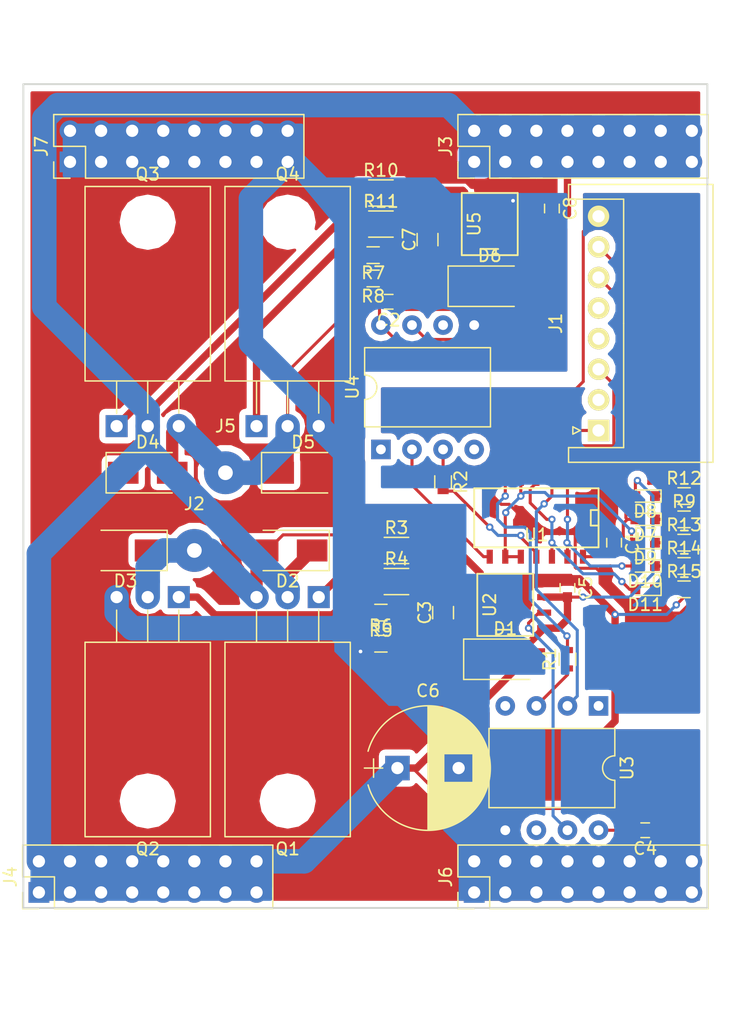
<source format=kicad_pcb>
(kicad_pcb (version 4) (host pcbnew 4.0.7)
  (layers (0 F.Cu signal) (31 B.Cu signal) (34 B.Paste user) (35 F.Paste user) (36 B.SilkS user) (37 F.SilkS user) (38 B.Mask user) (39 F.Mask user) (44 Edge.Cuts user))
  (net 0 "")
  (net 1 GND)
  (net 2 +5V)
  (net 3 GNDPWR)
  (net 4 +12V)
  (net 5 "Net-(C3-Pad1)")
  (net 6 "Net-(C3-Pad2)")
  (net 7 "Net-(C7-Pad1)")
  (net 8 "Net-(C7-Pad2)")
  (net 9 "Net-(D7-Pad1)")
  (net 10 "Net-(D8-Pad1)")
  (net 11 "Net-(D9-Pad1)")
  (net 12 OUTA)
  (net 13 "Net-(D10-Pad1)")
  (net 14 OUTB)
  (net 15 INA)
  (net 16 "Net-(J1-Pad2)")
  (net 17 PWM)
  (net 18 "Net-(J1-Pad4)")
  (net 19 "Net-(J1-Pad5)")
  (net 20 INB)
  (net 21 "Net-(Q1-Pad1)")
  (net 22 "Net-(Q2-Pad1)")
  (net 23 "Net-(Q3-Pad1)")
  (net 24 "Net-(Q4-Pad1)")
  (net 25 "Net-(R1-Pad1)")
  (net 26 "Net-(R1-Pad2)")
  (net 27 "Net-(R2-Pad1)")
  (net 28 "Net-(R2-Pad2)")
  (net 29 "Net-(R3-Pad2)")
  (net 30 "Net-(R4-Pad2)")
  (net 31 "Net-(R10-Pad2)")
  (net 32 "Net-(R11-Pad2)")
  (net 33 "Net-(U1-Pad8)")
  (net 34 "Net-(U1-Pad3)")
  (net 35 "Net-(D11-Pad1)")
  (module Capacitors_SMD:C_0603 (layer F.Cu) (at 142.24 120.015 270)
    (fp_text reference C1 (at 0 -1.5 270) (layer F.SilkS))
    (fp_text value passC)
    (pad 2 smd rect (at 0.75 0 270) (size 0.8 0.75) (layers F.Cu F.Paste F.Mask) (net 2 +5V))
    (pad 1 smd rect (at -0.75 0 270) (size 0.8 0.75) (layers F.Cu F.Paste F.Mask) (net 1 GND))
  )
  (module Capacitors_SMD:C_0603 (layer F.Cu) (at 123.825 100.33 180)
    (fp_text reference C2 (at 0 -1.5 180) (layer F.SilkS))
    (fp_text value passC)
    (pad 2 smd rect (at 0.75 0 180) (size 0.8 0.75) (layers F.Cu F.Paste F.Mask) (net 4 +12V))
    (pad 1 smd rect (at -0.75 0 180) (size 0.8 0.75) (layers F.Cu F.Paste F.Mask) (net 3 GNDPWR))
  )
  (module Capacitors_SMD:C_0805 (layer F.Cu) (at 128.27 125.73 90)
    (fp_text reference C3 (at 0 -1.5 90) (layer F.SilkS))
    (fp_text value bootC)
    (pad 1 smd rect (at -1 0 90) (size 1 1.25) (layers F.Cu F.Paste F.Mask) (net 5 "Net-(C3-Pad1)"))
    (pad 2 smd rect (at 1 0 90) (size 1 1.25) (layers F.Cu F.Paste F.Mask) (net 6 "Net-(C3-Pad2)"))
  )
  (module Capacitors_SMD:C_0603 (layer F.Cu) (at 144.78 143.51 180)
    (fp_text reference C4 (at 0 -1.5 180) (layer F.SilkS))
    (fp_text value passC)
    (pad 2 smd rect (at 0.75 0 180) (size 0.8 0.75) (layers F.Cu F.Paste F.Mask) (net 4 +12V))
    (pad 1 smd rect (at -0.75 0 180) (size 0.8 0.75) (layers F.Cu F.Paste F.Mask) (net 3 GNDPWR))
  )
  (module Capacitors_SMD:C_0603 (layer F.Cu) (at 138.43 123.71 270)
    (fp_text reference C5 (at 0 -1.5 270) (layer F.SilkS))
    (fp_text value passC)
    (pad 2 smd rect (at 0.75 0 270) (size 0.8 0.75) (layers F.Cu F.Paste F.Mask) (net 4 +12V))
    (pad 1 smd rect (at -0.75 0 270) (size 0.8 0.75) (layers F.Cu F.Paste F.Mask) (net 3 GNDPWR))
  )
  (module Capacitors_THT:CP_Radial_D10.0mm_P5.00mm (layer F.Cu) (at 124.54 138.43)
    (fp_text reference C6 (at 2.5 -6.31) (layer F.SilkS))
    (fp_text value PowerCP)
    (pad 1 thru_hole rect (at 0 0) (size 2 2) (drill 1) (layers *.Cu *.Mask) (net 4 +12V))
    (pad 2 thru_hole circle (at 5 0) (size 2 2) (drill 1) (layers *.Cu *.Mask) (net 3 GNDPWR))
  )
  (module Capacitors_SMD:C_0805 (layer F.Cu) (at 127 95.25 90)
    (fp_text reference C7 (at 0 -1.5 90) (layer F.SilkS))
    (fp_text value bootC)
    (pad 1 smd rect (at -1 0 90) (size 1 1.25) (layers F.Cu F.Paste F.Mask) (net 7 "Net-(C7-Pad1)"))
    (pad 2 smd rect (at 1 0 90) (size 1 1.25) (layers F.Cu F.Paste F.Mask) (net 8 "Net-(C7-Pad2)"))
  )
  (module Capacitors_SMD:C_0603 (layer F.Cu) (at 137.16 92.71 270)
    (fp_text reference C8 (at 0 -1.5 270) (layer F.SilkS))
    (fp_text value passC)
    (pad 2 smd rect (at 0.75 0 270) (size 0.8 0.75) (layers F.Cu F.Paste F.Mask) (net 4 +12V))
    (pad 1 smd rect (at -0.75 0 270) (size 0.8 0.75) (layers F.Cu F.Paste F.Mask) (net 3 GNDPWR))
  )
  (module Diodes_SMD:D_SMA (layer F.Cu) (at 133.35 129.54)
    (fp_text reference D1 (at 0 -2.5) (layer F.SilkS))
    (fp_text value bootD)
    (pad 1 smd rect (at -2 0) (size 2.5 1.8) (layers F.Cu F.Paste F.Mask) (net 5 "Net-(C3-Pad1)"))
    (pad 2 smd rect (at 2 0) (size 2.5 1.8) (layers F.Cu F.Paste F.Mask) (net 4 +12V))
  )
  (module Diodes_SMD:D_SMA (layer F.Cu) (at 115.57 120.65 180)
    (fp_text reference D2 (at 0 -2.5 180) (layer F.SilkS))
    (fp_text value RevD)
    (pad 1 smd rect (at -2 0 180) (size 2.5 1.8) (layers F.Cu F.Paste F.Mask) (net 4 +12V))
    (pad 2 smd rect (at 2 0 180) (size 2.5 1.8) (layers F.Cu F.Paste F.Mask) (net 6 "Net-(C3-Pad2)"))
  )
  (module Diodes_SMD:D_SMA (layer F.Cu) (at 102.33 120.65 180)
    (fp_text reference D3 (at 0 -2.5 180) (layer F.SilkS))
    (fp_text value RevD)
    (pad 1 smd rect (at -2 0 180) (size 2.5 1.8) (layers F.Cu F.Paste F.Mask) (net 6 "Net-(C3-Pad2)"))
    (pad 2 smd rect (at 2 0 180) (size 2.5 1.8) (layers F.Cu F.Paste F.Mask) (net 3 GNDPWR))
  )
  (module Diodes_SMD:D_SMA (layer F.Cu) (at 104.14 114.3)
    (fp_text reference D4 (at 0 -2.5) (layer F.SilkS))
    (fp_text value RevD)
    (pad 1 smd rect (at -2 0) (size 2.5 1.8) (layers F.Cu F.Paste F.Mask) (net 4 +12V))
    (pad 2 smd rect (at 2 0) (size 2.5 1.8) (layers F.Cu F.Paste F.Mask) (net 8 "Net-(C7-Pad2)"))
  )
  (module Diodes_SMD:D_SMA (layer F.Cu) (at 116.84 114.3)
    (fp_text reference D5 (at 0 -2.5) (layer F.SilkS))
    (fp_text value RevD)
    (pad 1 smd rect (at -2 0) (size 2.5 1.8) (layers F.Cu F.Paste F.Mask) (net 8 "Net-(C7-Pad2)"))
    (pad 2 smd rect (at 2 0) (size 2.5 1.8) (layers F.Cu F.Paste F.Mask) (net 3 GNDPWR))
  )
  (module Diodes_SMD:D_SMA (layer F.Cu) (at 132.08 99.06)
    (fp_text reference D6 (at 0 -2.5) (layer F.SilkS))
    (fp_text value bootD)
    (pad 1 smd rect (at -2 0) (size 2.5 1.8) (layers F.Cu F.Paste F.Mask) (net 7 "Net-(C7-Pad1)"))
    (pad 2 smd rect (at 2 0) (size 2.5 1.8) (layers F.Cu F.Paste F.Mask) (net 4 +12V))
  )
  (module LEDs:LED_0603 (layer F.Cu) (at 144.78 118.11 180)
    (fp_text reference D7 (at 0 -1.25 180) (layer F.SilkS))
    (fp_text value LED)
    (pad 2 smd rect (at 0.8 0) (size 0.8 0.8) (layers F.Cu F.Paste F.Mask) (net 2 +5V))
    (pad 1 smd rect (at -0.8 0) (size 0.8 0.8) (layers F.Cu F.Paste F.Mask) (net 9 "Net-(D7-Pad1)"))
  )
  (module LEDs:LED_0603 (layer F.Cu) (at 144.78 116.205 180)
    (fp_text reference D8 (at 0 -1.25 180) (layer F.SilkS))
    (fp_text value LED)
    (pad 2 smd rect (at 0.8 0) (size 0.8 0.8) (layers F.Cu F.Paste F.Mask) (net 4 +12V))
    (pad 1 smd rect (at -0.8 0) (size 0.8 0.8) (layers F.Cu F.Paste F.Mask) (net 10 "Net-(D8-Pad1)"))
  )
  (module LEDs:LED_0603 (layer F.Cu) (at 144.78 120.015 180)
    (fp_text reference D9 (at 0 -1.25 180) (layer F.SilkS))
    (fp_text value LED)
    (pad 2 smd rect (at 0.8 0) (size 0.8 0.8) (layers F.Cu F.Paste F.Mask) (net 15 INA))
    (pad 1 smd rect (at -0.8 0) (size 0.8 0.8) (layers F.Cu F.Paste F.Mask) (net 11 "Net-(D9-Pad1)"))
  )
  (module LEDs:LED_0603 (layer F.Cu) (at 144.78 121.92 180)
    (fp_text reference D10 (at 0 -1.25 180) (layer F.SilkS))
    (fp_text value LED)
    (pad 2 smd rect (at 0.8 0) (size 0.8 0.8) (layers F.Cu F.Paste F.Mask) (net 20 INB))
    (pad 1 smd rect (at -0.8 0) (size 0.8 0.8) (layers F.Cu F.Paste F.Mask) (net 13 "Net-(D10-Pad1)"))
  )
  (module LEDs:LED_0603 (layer F.Cu) (at 144.78 123.825 180)
    (fp_text reference D11 (at 0 -1.25 180) (layer F.SilkS))
    (fp_text value LED)
    (pad 2 smd rect (at 0.8 0) (size 0.8 0.8) (layers F.Cu F.Paste F.Mask) (net 17 PWM))
    (pad 1 smd rect (at -0.8 0) (size 0.8 0.8) (layers F.Cu F.Paste F.Mask) (net 35 "Net-(D11-Pad1)"))
  )
  (module Connectors_JST:JST_XH_S08B-XH-A_08x2.50mm_Angled (layer F.Cu) (at 140.97 110.845 90)
    (fp_text reference J1 (at 8.75 -3.5 90) (layer F.SilkS))
    (fp_text value Conn_01x08_Female)
    (pad 1 thru_hole rect (at 0 0 90) (size 1.75 1.75) (drill 1) (layers *.Cu *.Mask F.SilkS) (net 15 INA))
    (pad 2 thru_hole circle (at 2.5 0 90) (size 1.75 1.75) (drill 1) (layers *.Cu *.Mask F.SilkS) (net 16 "Net-(J1-Pad2)"))
    (pad 3 thru_hole circle (at 5 0 90) (size 1.75 1.75) (drill 1) (layers *.Cu *.Mask F.SilkS) (net 17 PWM))
    (pad 4 thru_hole circle (at 7.5 0 90) (size 1.75 1.75) (drill 1) (layers *.Cu *.Mask F.SilkS) (net 18 "Net-(J1-Pad4)"))
    (pad 5 thru_hole circle (at 10 0 90) (size 1.75 1.75) (drill 1) (layers *.Cu *.Mask F.SilkS) (net 19 "Net-(J1-Pad5)"))
    (pad 6 thru_hole circle (at 12.5 0 90) (size 1.75 1.75) (drill 1) (layers *.Cu *.Mask F.SilkS) (net 20 INB))
    (pad 7 thru_hole circle (at 15 0 90) (size 1.75 1.75) (drill 1) (layers *.Cu *.Mask F.SilkS) (net 2 +5V))
    (pad 8 thru_hole circle (at 17.5 0 90) (size 1.75 1.75) (drill 1) (layers *.Cu *.Mask F.SilkS) (net 1 GND))
  )
  (module Wire_Pads:SolderWirePad_single_1-2mmDrill (layer F.Cu) (at 107.95 120.65)
    (fp_text reference J2 (at 0 -3.81) (layer F.SilkS))
    (fp_text value Conn_01x01)
    (pad 1 thru_hole circle (at 0 0) (size 3.50012 3.50012) (drill 1.19888) (layers *.Cu *.Mask) (net 6 "Net-(C3-Pad2)"))
  )
  (module Pin_Headers:Pin_Header_Straight_2x08_Pitch2.54mm (layer F.Cu) (at 130.81 88.9 90)
    (fp_text reference J3 (at 1.27 -2.33 90) (layer F.SilkS))
    (fp_text value Conn_02x08_Counter_Clockwise)
    (pad 1 thru_hole rect (at 0 0 90) (size 1.7 1.7) (drill 1) (layers *.Cu *.Mask) (net 4 +12V))
    (pad 2 thru_hole oval (at 2.54 0 90) (size 1.7 1.7) (drill 1) (layers *.Cu *.Mask) (net 4 +12V))
    (pad 3 thru_hole oval (at 0 2.54 90) (size 1.7 1.7) (drill 1) (layers *.Cu *.Mask) (net 4 +12V))
    (pad 4 thru_hole oval (at 2.54 2.54 90) (size 1.7 1.7) (drill 1) (layers *.Cu *.Mask) (net 4 +12V))
    (pad 5 thru_hole oval (at 0 5.08 90) (size 1.7 1.7) (drill 1) (layers *.Cu *.Mask) (net 4 +12V))
    (pad 6 thru_hole oval (at 2.54 5.08 90) (size 1.7 1.7) (drill 1) (layers *.Cu *.Mask) (net 4 +12V))
    (pad 7 thru_hole oval (at 0 7.62 90) (size 1.7 1.7) (drill 1) (layers *.Cu *.Mask) (net 4 +12V))
    (pad 8 thru_hole oval (at 2.54 7.62 90) (size 1.7 1.7) (drill 1) (layers *.Cu *.Mask) (net 4 +12V))
    (pad 9 thru_hole oval (at 0 10.16 90) (size 1.7 1.7) (drill 1) (layers *.Cu *.Mask) (net 4 +12V))
    (pad 10 thru_hole oval (at 2.54 10.16 90) (size 1.7 1.7) (drill 1) (layers *.Cu *.Mask) (net 4 +12V))
    (pad 11 thru_hole oval (at 0 12.7 90) (size 1.7 1.7) (drill 1) (layers *.Cu *.Mask) (net 4 +12V))
    (pad 12 thru_hole oval (at 2.54 12.7 90) (size 1.7 1.7) (drill 1) (layers *.Cu *.Mask) (net 4 +12V))
    (pad 13 thru_hole oval (at 0 15.24 90) (size 1.7 1.7) (drill 1) (layers *.Cu *.Mask) (net 4 +12V))
    (pad 14 thru_hole oval (at 2.54 15.24 90) (size 1.7 1.7) (drill 1) (layers *.Cu *.Mask) (net 4 +12V))
    (pad 15 thru_hole oval (at 0 17.78 90) (size 1.7 1.7) (drill 1) (layers *.Cu *.Mask) (net 4 +12V))
    (pad 16 thru_hole oval (at 2.54 17.78 90) (size 1.7 1.7) (drill 1) (layers *.Cu *.Mask) (net 4 +12V))
  )
  (module Pin_Headers:Pin_Header_Straight_2x08_Pitch2.54mm (layer F.Cu) (at 95.25 148.59 90)
    (fp_text reference J4 (at 1.27 -2.33 90) (layer F.SilkS))
    (fp_text value Conn_02x08_Counter_Clockwise)
    (pad 1 thru_hole rect (at 0 0 90) (size 1.7 1.7) (drill 1) (layers *.Cu *.Mask) (net 4 +12V))
    (pad 2 thru_hole oval (at 2.54 0 90) (size 1.7 1.7) (drill 1) (layers *.Cu *.Mask) (net 4 +12V))
    (pad 3 thru_hole oval (at 0 2.54 90) (size 1.7 1.7) (drill 1) (layers *.Cu *.Mask) (net 4 +12V))
    (pad 4 thru_hole oval (at 2.54 2.54 90) (size 1.7 1.7) (drill 1) (layers *.Cu *.Mask) (net 4 +12V))
    (pad 5 thru_hole oval (at 0 5.08 90) (size 1.7 1.7) (drill 1) (layers *.Cu *.Mask) (net 4 +12V))
    (pad 6 thru_hole oval (at 2.54 5.08 90) (size 1.7 1.7) (drill 1) (layers *.Cu *.Mask) (net 4 +12V))
    (pad 7 thru_hole oval (at 0 7.62 90) (size 1.7 1.7) (drill 1) (layers *.Cu *.Mask) (net 4 +12V))
    (pad 8 thru_hole oval (at 2.54 7.62 90) (size 1.7 1.7) (drill 1) (layers *.Cu *.Mask) (net 4 +12V))
    (pad 9 thru_hole oval (at 0 10.16 90) (size 1.7 1.7) (drill 1) (layers *.Cu *.Mask) (net 4 +12V))
    (pad 10 thru_hole oval (at 2.54 10.16 90) (size 1.7 1.7) (drill 1) (layers *.Cu *.Mask) (net 4 +12V))
    (pad 11 thru_hole oval (at 0 12.7 90) (size 1.7 1.7) (drill 1) (layers *.Cu *.Mask) (net 4 +12V))
    (pad 12 thru_hole oval (at 2.54 12.7 90) (size 1.7 1.7) (drill 1) (layers *.Cu *.Mask) (net 4 +12V))
    (pad 13 thru_hole oval (at 0 15.24 90) (size 1.7 1.7) (drill 1) (layers *.Cu *.Mask) (net 4 +12V))
    (pad 14 thru_hole oval (at 2.54 15.24 90) (size 1.7 1.7) (drill 1) (layers *.Cu *.Mask) (net 4 +12V))
    (pad 15 thru_hole oval (at 0 17.78 90) (size 1.7 1.7) (drill 1) (layers *.Cu *.Mask) (net 4 +12V))
    (pad 16 thru_hole oval (at 2.54 17.78 90) (size 1.7 1.7) (drill 1) (layers *.Cu *.Mask) (net 4 +12V))
  )
  (module Wire_Pads:SolderWirePad_single_1-2mmDrill (layer F.Cu) (at 110.49 114.3)
    (fp_text reference J5 (at 0 -3.81) (layer F.SilkS))
    (fp_text value Conn_01x01)
    (pad 1 thru_hole circle (at 0 0) (size 3.50012 3.50012) (drill 1.19888) (layers *.Cu *.Mask) (net 8 "Net-(C7-Pad2)"))
  )
  (module Pin_Headers:Pin_Header_Straight_2x08_Pitch2.54mm (layer F.Cu) (at 130.81 148.59 90)
    (fp_text reference J6 (at 1.27 -2.33 90) (layer F.SilkS))
    (fp_text value Conn_02x08_Counter_Clockwise)
    (pad 1 thru_hole rect (at 0 0 90) (size 1.7 1.7) (drill 1) (layers *.Cu *.Mask) (net 3 GNDPWR))
    (pad 2 thru_hole oval (at 2.54 0 90) (size 1.7 1.7) (drill 1) (layers *.Cu *.Mask) (net 3 GNDPWR))
    (pad 3 thru_hole oval (at 0 2.54 90) (size 1.7 1.7) (drill 1) (layers *.Cu *.Mask) (net 3 GNDPWR))
    (pad 4 thru_hole oval (at 2.54 2.54 90) (size 1.7 1.7) (drill 1) (layers *.Cu *.Mask) (net 3 GNDPWR))
    (pad 5 thru_hole oval (at 0 5.08 90) (size 1.7 1.7) (drill 1) (layers *.Cu *.Mask) (net 3 GNDPWR))
    (pad 6 thru_hole oval (at 2.54 5.08 90) (size 1.7 1.7) (drill 1) (layers *.Cu *.Mask) (net 3 GNDPWR))
    (pad 7 thru_hole oval (at 0 7.62 90) (size 1.7 1.7) (drill 1) (layers *.Cu *.Mask) (net 3 GNDPWR))
    (pad 8 thru_hole oval (at 2.54 7.62 90) (size 1.7 1.7) (drill 1) (layers *.Cu *.Mask) (net 3 GNDPWR))
    (pad 9 thru_hole oval (at 0 10.16 90) (size 1.7 1.7) (drill 1) (layers *.Cu *.Mask) (net 3 GNDPWR))
    (pad 10 thru_hole oval (at 2.54 10.16 90) (size 1.7 1.7) (drill 1) (layers *.Cu *.Mask) (net 3 GNDPWR))
    (pad 11 thru_hole oval (at 0 12.7 90) (size 1.7 1.7) (drill 1) (layers *.Cu *.Mask) (net 3 GNDPWR))
    (pad 12 thru_hole oval (at 2.54 12.7 90) (size 1.7 1.7) (drill 1) (layers *.Cu *.Mask) (net 3 GNDPWR))
    (pad 13 thru_hole oval (at 0 15.24 90) (size 1.7 1.7) (drill 1) (layers *.Cu *.Mask) (net 3 GNDPWR))
    (pad 14 thru_hole oval (at 2.54 15.24 90) (size 1.7 1.7) (drill 1) (layers *.Cu *.Mask) (net 3 GNDPWR))
    (pad 15 thru_hole oval (at 0 17.78 90) (size 1.7 1.7) (drill 1) (layers *.Cu *.Mask) (net 3 GNDPWR))
    (pad 16 thru_hole oval (at 2.54 17.78 90) (size 1.7 1.7) (drill 1) (layers *.Cu *.Mask) (net 3 GNDPWR))
  )
  (module Pin_Headers:Pin_Header_Straight_2x08_Pitch2.54mm (layer F.Cu) (at 97.79 88.9 90)
    (fp_text reference J7 (at 1.27 -2.33 90) (layer F.SilkS))
    (fp_text value Conn_02x08_Counter_Clockwise)
    (pad 1 thru_hole rect (at 0 0 90) (size 1.7 1.7) (drill 1) (layers *.Cu *.Mask) (net 3 GNDPWR))
    (pad 2 thru_hole oval (at 2.54 0 90) (size 1.7 1.7) (drill 1) (layers *.Cu *.Mask) (net 3 GNDPWR))
    (pad 3 thru_hole oval (at 0 2.54 90) (size 1.7 1.7) (drill 1) (layers *.Cu *.Mask) (net 3 GNDPWR))
    (pad 4 thru_hole oval (at 2.54 2.54 90) (size 1.7 1.7) (drill 1) (layers *.Cu *.Mask) (net 3 GNDPWR))
    (pad 5 thru_hole oval (at 0 5.08 90) (size 1.7 1.7) (drill 1) (layers *.Cu *.Mask) (net 3 GNDPWR))
    (pad 6 thru_hole oval (at 2.54 5.08 90) (size 1.7 1.7) (drill 1) (layers *.Cu *.Mask) (net 3 GNDPWR))
    (pad 7 thru_hole oval (at 0 7.62 90) (size 1.7 1.7) (drill 1) (layers *.Cu *.Mask) (net 3 GNDPWR))
    (pad 8 thru_hole oval (at 2.54 7.62 90) (size 1.7 1.7) (drill 1) (layers *.Cu *.Mask) (net 3 GNDPWR))
    (pad 9 thru_hole oval (at 0 10.16 90) (size 1.7 1.7) (drill 1) (layers *.Cu *.Mask) (net 3 GNDPWR))
    (pad 10 thru_hole oval (at 2.54 10.16 90) (size 1.7 1.7) (drill 1) (layers *.Cu *.Mask) (net 3 GNDPWR))
    (pad 11 thru_hole oval (at 0 12.7 90) (size 1.7 1.7) (drill 1) (layers *.Cu *.Mask) (net 3 GNDPWR))
    (pad 12 thru_hole oval (at 2.54 12.7 90) (size 1.7 1.7) (drill 1) (layers *.Cu *.Mask) (net 3 GNDPWR))
    (pad 13 thru_hole oval (at 0 15.24 90) (size 1.7 1.7) (drill 1) (layers *.Cu *.Mask) (net 3 GNDPWR))
    (pad 14 thru_hole oval (at 2.54 15.24 90) (size 1.7 1.7) (drill 1) (layers *.Cu *.Mask) (net 3 GNDPWR))
    (pad 15 thru_hole oval (at 0 17.78 90) (size 1.7 1.7) (drill 1) (layers *.Cu *.Mask) (net 3 GNDPWR))
    (pad 16 thru_hole oval (at 2.54 17.78 90) (size 1.7 1.7) (drill 1) (layers *.Cu *.Mask) (net 3 GNDPWR))
  )
  (module Resistors_SMD:R_1206 (layer F.Cu) (at 124.46 120.65)
    (fp_text reference R3 (at 0 -1.85) (layer F.SilkS))
    (fp_text value GateR)
    (pad 1 smd rect (at -1.45 0) (size 0.9 1.7) (layers F.Cu F.Paste F.Mask) (net 21 "Net-(Q1-Pad1)"))
    (pad 2 smd rect (at 1.45 0) (size 0.9 1.7) (layers F.Cu F.Paste F.Mask) (net 29 "Net-(R3-Pad2)"))
  )
  (module Resistors_SMD:R_1206 (layer F.Cu) (at 124.46 123.19)
    (fp_text reference R4 (at 0 -1.85) (layer F.SilkS))
    (fp_text value GateR)
    (pad 1 smd rect (at -1.45 0) (size 0.9 1.7) (layers F.Cu F.Paste F.Mask) (net 22 "Net-(Q2-Pad1)"))
    (pad 2 smd rect (at 1.45 0) (size 0.9 1.7) (layers F.Cu F.Paste F.Mask) (net 30 "Net-(R4-Pad2)"))
  )
  (module Resistors_SMD:R_0603 (layer F.Cu) (at 123.19 125.73 180)
    (fp_text reference R5 (at 0 -1.45 180) (layer F.SilkS))
    (fp_text value PullR)
    (pad 1 smd rect (at -0.75 0 180) (size 0.5 0.9) (layers F.Cu F.Paste F.Mask) (net 6 "Net-(C3-Pad2)"))
    (pad 2 smd rect (at 0.75 0 180) (size 0.5 0.9) (layers F.Cu F.Paste F.Mask) (net 21 "Net-(Q1-Pad1)"))
  )
  (module Resistors_SMD:R_0603 (layer F.Cu) (at 123.19 128.27)
    (fp_text reference R6 (at 0 -1.45) (layer F.SilkS))
    (fp_text value PullR)
    (pad 1 smd rect (at -0.75 0) (size 0.5 0.9) (layers F.Cu F.Paste F.Mask) (net 3 GNDPWR))
    (pad 2 smd rect (at 0.75 0) (size 0.5 0.9) (layers F.Cu F.Paste F.Mask) (net 22 "Net-(Q2-Pad1)"))
  )
  (module Resistors_SMD:R_0603 (layer F.Cu) (at 122.555 96.52 180)
    (fp_text reference R7 (at 0 -1.45 180) (layer F.SilkS))
    (fp_text value PullR)
    (pad 1 smd rect (at -0.75 0 180) (size 0.5 0.9) (layers F.Cu F.Paste F.Mask) (net 8 "Net-(C7-Pad2)"))
    (pad 2 smd rect (at 0.75 0 180) (size 0.5 0.9) (layers F.Cu F.Paste F.Mask) (net 23 "Net-(Q3-Pad1)"))
  )
  (module Resistors_SMD:R_0603 (layer F.Cu) (at 122.555 98.425 180)
    (fp_text reference R8 (at 0 -1.45 180) (layer F.SilkS))
    (fp_text value PullR)
    (pad 1 smd rect (at -0.75 0 180) (size 0.5 0.9) (layers F.Cu F.Paste F.Mask) (net 3 GNDPWR))
    (pad 2 smd rect (at 0.75 0 180) (size 0.5 0.9) (layers F.Cu F.Paste F.Mask) (net 24 "Net-(Q4-Pad1)"))
  )
  (module Resistors_SMD:R_1206 (layer F.Cu) (at 123.19 91.44)
    (fp_text reference R10 (at 0 -1.85) (layer F.SilkS))
    (fp_text value GateR)
    (pad 1 smd rect (at -1.45 0) (size 0.9 1.7) (layers F.Cu F.Paste F.Mask) (net 23 "Net-(Q3-Pad1)"))
    (pad 2 smd rect (at 1.45 0) (size 0.9 1.7) (layers F.Cu F.Paste F.Mask) (net 31 "Net-(R10-Pad2)"))
  )
  (module Resistors_SMD:R_1206 (layer F.Cu) (at 123.19 93.98)
    (fp_text reference R11 (at 0 -1.85) (layer F.SilkS))
    (fp_text value GateR)
    (pad 1 smd rect (at -1.45 0) (size 0.9 1.7) (layers F.Cu F.Paste F.Mask) (net 24 "Net-(Q4-Pad1)"))
    (pad 2 smd rect (at 1.45 0) (size 0.9 1.7) (layers F.Cu F.Paste F.Mask) (net 32 "Net-(R11-Pad2)"))
  )
  (module SMD_Packages:SOIC-14_N (layer F.Cu) (at 135.89 118.11 180)
    (fp_text reference U1 (at 0 -1.27 180) (layer F.SilkS))
    (fp_text value 7400)
    (pad 1 smd rect (at -3.81 3.302 180) (size 0.508 1.143) (layers F.Cu F.Paste F.Mask) (net 20 INB))
    (pad 2 smd rect (at -2.54 3.302 180) (size 0.508 1.143) (layers F.Cu F.Paste F.Mask) (net 20 INB))
    (pad 3 smd rect (at -1.27 3.302 180) (size 0.508 1.143) (layers F.Cu F.Paste F.Mask) (net 34 "Net-(U1-Pad3)"))
    (pad 4 smd rect (at 0 3.302 180) (size 0.508 1.143) (layers F.Cu F.Paste F.Mask) (net 17 PWM))
    (pad 5 smd rect (at 1.27 3.302 180) (size 0.508 1.143) (layers F.Cu F.Paste F.Mask) (net 15 INA))
    (pad 6 smd rect (at 2.54 3.302 180) (size 0.508 1.143) (layers F.Cu F.Paste F.Mask) (net 26 "Net-(R1-Pad2)"))
    (pad 7 smd rect (at 3.81 3.302 180) (size 0.508 1.143) (layers F.Cu F.Paste F.Mask) (net 1 GND))
    (pad 8 smd rect (at 3.81 -3.048 180) (size 0.508 1.143) (layers F.Cu F.Paste F.Mask) (net 33 "Net-(U1-Pad8)"))
    (pad 9 smd rect (at 2.54 -3.048 180) (size 0.508 1.143) (layers F.Cu F.Paste F.Mask) (net 15 INA))
    (pad 11 smd rect (at 0 -3.048 180) (size 0.508 1.143) (layers F.Cu F.Paste F.Mask) (net 28 "Net-(R2-Pad2)"))
    (pad 12 smd rect (at -1.27 -3.048 180) (size 0.508 1.143) (layers F.Cu F.Paste F.Mask) (net 17 PWM))
    (pad 13 smd rect (at -2.54 -3.048 180) (size 0.508 1.143) (layers F.Cu F.Paste F.Mask) (net 20 INB))
    (pad 14 smd rect (at -3.81 -3.048 180) (size 0.508 1.143) (layers F.Cu F.Paste F.Mask) (net 2 +5V))
    (pad 10 smd rect (at 1.27 -3.048 180) (size 0.508 1.143) (layers F.Cu F.Paste F.Mask) (net 15 INA))
  )
  (module SMD_Packages:SOIC-8-N (layer F.Cu) (at 133.35 125.095 90)
    (fp_text reference U2 (at 0 -1.27 90) (layer F.SilkS))
    (fp_text value IRS2302)
    (pad 8 smd rect (at -1.905 -3.175 90) (size 0.508 1.143) (layers F.Cu F.Paste F.Mask) (net 5 "Net-(C3-Pad1)"))
    (pad 7 smd rect (at -0.635 -3.175 90) (size 0.508 1.143) (layers F.Cu F.Paste F.Mask) (net 29 "Net-(R3-Pad2)"))
    (pad 6 smd rect (at 0.635 -3.175 90) (size 0.508 1.143) (layers F.Cu F.Paste F.Mask) (net 6 "Net-(C3-Pad2)"))
    (pad 5 smd rect (at 1.905 -3.175 90) (size 0.508 1.143) (layers F.Cu F.Paste F.Mask) (net 30 "Net-(R4-Pad2)"))
    (pad 4 smd rect (at 1.905 3.175 90) (size 0.508 1.143) (layers F.Cu F.Paste F.Mask) (net 3 GNDPWR))
    (pad 3 smd rect (at 0.635 3.175 90) (size 0.508 1.143) (layers F.Cu F.Paste F.Mask) (net 4 +12V))
    (pad 2 smd rect (at -0.635 3.175 90) (size 0.508 1.143) (layers F.Cu F.Paste F.Mask) (net 12 OUTA))
    (pad 1 smd rect (at -1.905 3.175 90) (size 0.508 1.143) (layers F.Cu F.Paste F.Mask) (net 4 +12V))
  )
  (module Housings_DIP:DIP-8_W10.16mm (layer F.Cu) (at 140.97 133.35 270)
    (fp_text reference U3 (at 5.08 -2.33 270) (layer F.SilkS))
    (fp_text value TLP2955)
    (pad 1 thru_hole rect (at 0 0 270) (size 1.6 1.6) (drill 0.8) (layers *.Cu *.Mask))
    (pad 5 thru_hole oval (at 10.16 7.62 270) (size 1.6 1.6) (drill 0.8) (layers *.Cu *.Mask) (net 3 GNDPWR))
    (pad 2 thru_hole oval (at 0 2.54 270) (size 1.6 1.6) (drill 0.8) (layers *.Cu *.Mask) (net 34 "Net-(U1-Pad3)"))
    (pad 6 thru_hole oval (at 10.16 5.08 270) (size 1.6 1.6) (drill 0.8) (layers *.Cu *.Mask))
    (pad 3 thru_hole oval (at 0 5.08 270) (size 1.6 1.6) (drill 0.8) (layers *.Cu *.Mask) (net 25 "Net-(R1-Pad1)"))
    (pad 7 thru_hole oval (at 10.16 2.54 270) (size 1.6 1.6) (drill 0.8) (layers *.Cu *.Mask) (net 12 OUTA))
    (pad 4 thru_hole oval (at 0 7.62 270) (size 1.6 1.6) (drill 0.8) (layers *.Cu *.Mask))
    (pad 8 thru_hole oval (at 10.16 0 270) (size 1.6 1.6) (drill 0.8) (layers *.Cu *.Mask) (net 4 +12V))
  )
  (module Housings_DIP:DIP-8_W10.16mm (layer F.Cu) (at 123.19 112.395 90)
    (fp_text reference U4 (at 5.08 -2.33 90) (layer F.SilkS))
    (fp_text value TLP2955)
    (pad 1 thru_hole rect (at 0 0 90) (size 1.6 1.6) (drill 0.8) (layers *.Cu *.Mask))
    (pad 5 thru_hole oval (at 10.16 7.62 90) (size 1.6 1.6) (drill 0.8) (layers *.Cu *.Mask) (net 3 GNDPWR))
    (pad 2 thru_hole oval (at 0 2.54 90) (size 1.6 1.6) (drill 0.8) (layers *.Cu *.Mask) (net 33 "Net-(U1-Pad8)"))
    (pad 6 thru_hole oval (at 10.16 5.08 90) (size 1.6 1.6) (drill 0.8) (layers *.Cu *.Mask))
    (pad 3 thru_hole oval (at 0 5.08 90) (size 1.6 1.6) (drill 0.8) (layers *.Cu *.Mask) (net 27 "Net-(R2-Pad1)"))
    (pad 7 thru_hole oval (at 10.16 2.54 90) (size 1.6 1.6) (drill 0.8) (layers *.Cu *.Mask) (net 14 OUTB))
    (pad 4 thru_hole oval (at 0 7.62 90) (size 1.6 1.6) (drill 0.8) (layers *.Cu *.Mask))
    (pad 8 thru_hole oval (at 10.16 0 90) (size 1.6 1.6) (drill 0.8) (layers *.Cu *.Mask) (net 4 +12V))
  )
  (module SMD_Packages:SOIC-8-N (layer F.Cu) (at 132.08 93.98 90)
    (fp_text reference U5 (at 0 -1.27 90) (layer F.SilkS))
    (fp_text value IRS2302)
    (pad 8 smd rect (at -1.905 -3.175 90) (size 0.508 1.143) (layers F.Cu F.Paste F.Mask) (net 7 "Net-(C7-Pad1)"))
    (pad 7 smd rect (at -0.635 -3.175 90) (size 0.508 1.143) (layers F.Cu F.Paste F.Mask) (net 31 "Net-(R10-Pad2)"))
    (pad 6 smd rect (at 0.635 -3.175 90) (size 0.508 1.143) (layers F.Cu F.Paste F.Mask) (net 8 "Net-(C7-Pad2)"))
    (pad 5 smd rect (at 1.905 -3.175 90) (size 0.508 1.143) (layers F.Cu F.Paste F.Mask) (net 32 "Net-(R11-Pad2)"))
    (pad 4 smd rect (at 1.905 3.175 90) (size 0.508 1.143) (layers F.Cu F.Paste F.Mask) (net 3 GNDPWR))
    (pad 3 smd rect (at 0.635 3.175 90) (size 0.508 1.143) (layers F.Cu F.Paste F.Mask) (net 4 +12V))
    (pad 2 smd rect (at -0.635 3.175 90) (size 0.508 1.143) (layers F.Cu F.Paste F.Mask) (net 14 OUTB))
    (pad 1 smd rect (at -1.905 3.175 90) (size 0.508 1.143) (layers F.Cu F.Paste F.Mask) (net 4 +12V))
  )
  (module TO_SOT_Packages_THT:TO-220-3_Horizontal (layer F.Cu) (at 118.11 124.46 180)
    (fp_text reference Q1 (at 2.54 -20.58 180) (layer F.SilkS))
    (fp_text value FET_A_UP)
    (pad 0 np_thru_hole oval (at 2.54 -16.66 180) (size 3.5 3.5) (drill 3.5) (layers *.Cu *.Mask))
    (pad 1 thru_hole rect (at 0 0 180) (size 1.8 1.8) (drill 1) (layers *.Cu *.Mask) (net 21 "Net-(Q1-Pad1)"))
    (pad 2 thru_hole oval (at 2.54 0 180) (size 1.8 1.8) (drill 1) (layers *.Cu *.Mask) (net 4 +12V))
    (pad 3 thru_hole oval (at 5.08 0 180) (size 1.8 1.8) (drill 1) (layers *.Cu *.Mask) (net 6 "Net-(C3-Pad2)"))
  )
  (module TO_SOT_Packages_THT:TO-220-3_Horizontal (layer F.Cu) (at 106.68 124.46 180)
    (fp_text reference Q2 (at 2.54 -20.58 180) (layer F.SilkS))
    (fp_text value FET_A_DOWN)
    (pad 0 np_thru_hole oval (at 2.54 -16.66 180) (size 3.5 3.5) (drill 3.5) (layers *.Cu *.Mask))
    (pad 1 thru_hole rect (at 0 0 180) (size 1.8 1.8) (drill 1) (layers *.Cu *.Mask) (net 22 "Net-(Q2-Pad1)"))
    (pad 2 thru_hole oval (at 2.54 0 180) (size 1.8 1.8) (drill 1) (layers *.Cu *.Mask) (net 6 "Net-(C3-Pad2)"))
    (pad 3 thru_hole oval (at 5.08 0 180) (size 1.8 1.8) (drill 1) (layers *.Cu *.Mask) (net 3 GNDPWR))
  )
  (module TO_SOT_Packages_THT:TO-220-3_Horizontal (layer F.Cu) (at 101.6 110.49)
    (fp_text reference Q3 (at 2.54 -20.58) (layer F.SilkS))
    (fp_text value FET_B_UP)
    (pad 0 np_thru_hole oval (at 2.54 -16.66) (size 3.5 3.5) (drill 3.5) (layers *.Cu *.Mask))
    (pad 1 thru_hole rect (at 0 0) (size 1.8 1.8) (drill 1) (layers *.Cu *.Mask) (net 23 "Net-(Q3-Pad1)"))
    (pad 2 thru_hole oval (at 2.54 0) (size 1.8 1.8) (drill 1) (layers *.Cu *.Mask) (net 4 +12V))
    (pad 3 thru_hole oval (at 5.08 0) (size 1.8 1.8) (drill 1) (layers *.Cu *.Mask) (net 8 "Net-(C7-Pad2)"))
  )
  (module TO_SOT_Packages_THT:TO-220-3_Horizontal (layer F.Cu) (at 113.03 110.49)
    (fp_text reference Q4 (at 2.54 -20.58) (layer F.SilkS))
    (fp_text value FET_B_DOWN)
    (pad 0 np_thru_hole oval (at 2.54 -16.66) (size 3.5 3.5) (drill 3.5) (layers *.Cu *.Mask))
    (pad 1 thru_hole rect (at 0 0) (size 1.8 1.8) (drill 1) (layers *.Cu *.Mask) (net 24 "Net-(Q4-Pad1)"))
    (pad 2 thru_hole oval (at 2.54 0) (size 1.8 1.8) (drill 1) (layers *.Cu *.Mask) (net 8 "Net-(C7-Pad2)"))
    (pad 3 thru_hole oval (at 5.08 0) (size 1.8 1.8) (drill 1) (layers *.Cu *.Mask) (net 3 GNDPWR))
  )
  (module Resistors_SMD:R_0603 (layer F.Cu) (at 147.955 118.11)
    (fp_text reference R9 (at 0 -1.45) (layer F.SilkS))
    (fp_text value LEDR)
    (pad 1 smd rect (at -0.75 0) (size 0.5 0.9) (layers F.Cu F.Paste F.Mask) (net 9 "Net-(D7-Pad1)"))
    (pad 2 smd rect (at 0.75 0) (size 0.5 0.9) (layers F.Cu F.Paste F.Mask) (net 1 GND))
  )
  (module Resistors_SMD:R_0603 (layer F.Cu) (at 147.955 116.205)
    (fp_text reference R12 (at 0 -1.45) (layer F.SilkS))
    (fp_text value R)
    (pad 1 smd rect (at -0.75 0) (size 0.5 0.9) (layers F.Cu F.Paste F.Mask) (net 10 "Net-(D8-Pad1)"))
    (pad 2 smd rect (at 0.75 0) (size 0.5 0.9) (layers F.Cu F.Paste F.Mask) (net 3 GNDPWR))
  )
  (module Resistors_SMD:R_0603 (layer F.Cu) (at 147.955 120.015)
    (fp_text reference R13 (at 0 -1.45) (layer F.SilkS))
    (fp_text value R)
    (pad 1 smd rect (at -0.75 0) (size 0.5 0.9) (layers F.Cu F.Paste F.Mask) (net 11 "Net-(D9-Pad1)"))
    (pad 2 smd rect (at 0.75 0) (size 0.5 0.9) (layers F.Cu F.Paste F.Mask) (net 1 GND))
  )
  (module Resistors_SMD:R_0603 (layer F.Cu) (at 147.955 121.92)
    (fp_text reference R14 (at 0 -1.45) (layer F.SilkS))
    (fp_text value R)
    (pad 1 smd rect (at -0.75 0) (size 0.5 0.9) (layers F.Cu F.Paste F.Mask) (net 13 "Net-(D10-Pad1)"))
    (pad 2 smd rect (at 0.75 0) (size 0.5 0.9) (layers F.Cu F.Paste F.Mask) (net 1 GND))
  )
  (module Resistors_SMD:R_0603 (layer F.Cu) (at 147.955 123.825)
    (fp_text reference R15 (at 0 -1.45) (layer F.SilkS))
    (fp_text value R)
    (pad 1 smd rect (at -0.75 0) (size 0.5 0.9) (layers F.Cu F.Paste F.Mask) (net 35 "Net-(D11-Pad1)"))
    (pad 2 smd rect (at 0.75 0) (size 0.5 0.9) (layers F.Cu F.Paste F.Mask) (net 1 GND))
  )
  (module Resistors_SMD:R_0603 (layer F.Cu) (at 138.43 129.54 90)
    (fp_text reference R1 (at 0 -1.45 90) (layer F.SilkS))
    (fp_text value tlp-in-R)
    (pad 1 smd rect (at -0.75 0 90) (size 0.5 0.9) (layers F.Cu F.Paste F.Mask) (net 25 "Net-(R1-Pad1)"))
    (pad 2 smd rect (at 0.75 0 90) (size 0.5 0.9) (layers F.Cu F.Paste F.Mask) (net 26 "Net-(R1-Pad2)"))
  )
  (module Resistors_SMD:R_0603 (layer F.Cu) (at 128.27 115.05 270)
    (fp_text reference R2 (at 0 -1.45 270) (layer F.SilkS))
    (fp_text value tlp-in-R)
    (pad 1 smd rect (at -0.75 0 270) (size 0.5 0.9) (layers F.Cu F.Paste F.Mask) (net 27 "Net-(R2-Pad1)"))
    (pad 2 smd rect (at 0.75 0 270) (size 0.5 0.9) (layers F.Cu F.Paste F.Mask) (net 28 "Net-(R2-Pad2)"))
  )
  (gr_line (start 149.86 149.86) (end 149.86 82.55) (layer Edge.Cuts) (width 0.15))
  (gr_line (start 93.98 149.86) (end 149.86 149.86) (layer Edge.Cuts) (width 0.15))
  (gr_line (start 93.98 82.55) (end 93.98 149.86) (layer Edge.Cuts) (width 0.15))
  (gr_line (start 149.86 82.55) (end 93.98 82.55) (layer Edge.Cuts) (width 0.15))
  (segment (start 146.995998 125.770002) (end 147.644002 125.770002) (width 0.25) (layer F.Cu) (net 1))
  (segment (start 145.875997 124.650001) (end 146.995998 125.770002) (width 0.25) (layer F.Cu) (net 1))
  (segment (start 143.329999 124.650001) (end 145.875997 124.650001) (width 0.25) (layer F.Cu) (net 1))
  (segment (start 140.784499 122.104501) (end 143.329999 124.650001) (width 0.25) (layer F.Cu) (net 1))
  (segment (start 139.145999 122.104501) (end 140.784499 122.104501) (width 0.25) (layer F.Cu) (net 1))
  (segment (start 139.065 122.023502) (end 139.145999 122.104501) (width 0.25) (layer F.Cu) (net 1))
  (segment (start 148.705 124.525) (end 148.705 123.825) (width 0.25) (layer F.Cu) (net 1))
  (segment (start 148.705 124.709004) (end 148.705 124.525) (width 0.25) (layer F.Cu) (net 1))
  (segment (start 139.065 119.265) (end 139.065 122.023502) (width 0.25) (layer F.Cu) (net 1))
  (segment (start 147.644002 125.770002) (end 148.705 124.709004) (width 0.25) (layer F.Cu) (net 1))
  (segment (start 133.025998 116.880002) (end 132.08 115.934004) (width 0.25) (layer F.Cu) (net 1))
  (segment (start 133.674002 116.880002) (end 133.025998 116.880002) (width 0.25) (layer F.Cu) (net 1))
  (segment (start 136.059 119.265) (end 133.674002 116.880002) (width 0.25) (layer F.Cu) (net 1))
  (segment (start 139.065 119.265) (end 136.059 119.265) (width 0.25) (layer F.Cu) (net 1))
  (segment (start 132.08 115.934004) (end 132.08 115.6295) (width 0.25) (layer F.Cu) (net 1))
  (segment (start 132.08 115.6295) (end 132.08 114.808) (width 0.25) (layer F.Cu) (net 1))
  (segment (start 142.24 119.265) (end 139.065 119.265) (width 0.25) (layer F.Cu) (net 1))
  (segment (start 140.97 93.345) (end 139.719999 94.595001) (width 0.25) (layer F.Cu) (net 1))
  (segment (start 139.719999 94.595001) (end 139.719999 106.850501) (width 0.25) (layer F.Cu) (net 1))
  (segment (start 139.719999 106.850501) (end 132.08 114.4905) (width 0.25) (layer F.Cu) (net 1))
  (segment (start 132.08 114.4905) (end 132.08 114.808) (width 0.25) (layer F.Cu) (net 1))
  (segment (start 148.705 120.015) (end 148.705 118.11) (width 0.25) (layer F.Cu) (net 1))
  (segment (start 148.705 121.92) (end 148.705 120.015) (width 0.25) (layer F.Cu) (net 1))
  (segment (start 148.705 123.825) (end 148.705 121.92) (width 0.25) (layer F.Cu) (net 1))
  (segment (start 143.220022 98.095022) (end 143.220022 115.489976) (width 0.25) (layer F.Cu) (net 2))
  (segment (start 140.97 95.845) (end 143.220022 98.095022) (width 0.25) (layer F.Cu) (net 2))
  (segment (start 143.220022 115.489976) (end 143.204999 115.504999) (width 0.25) (layer F.Cu) (net 2))
  (segment (start 143.204999 115.504999) (end 143.204999 117.984999) (width 0.25) (layer F.Cu) (net 2))
  (segment (start 143.204999 117.984999) (end 143.33 118.11) (width 0.25) (layer F.Cu) (net 2))
  (segment (start 142.990001 119.989999) (end 142.24 120.74) (width 0.25) (layer F.Cu) (net 2))
  (segment (start 142.990001 118.449999) (end 142.990001 119.989999) (width 0.25) (layer F.Cu) (net 2))
  (segment (start 143.33 118.11) (end 142.990001 118.449999) (width 0.25) (layer F.Cu) (net 2))
  (segment (start 142.24 120.74) (end 142.24 120.765) (width 0.25) (layer F.Cu) (net 2))
  (segment (start 143.98 118.11) (end 143.33 118.11) (width 0.25) (layer F.Cu) (net 2))
  (segment (start 139.7 121.158) (end 141.847 121.158) (width 0.25) (layer F.Cu) (net 2))
  (segment (start 141.847 121.158) (end 142.24 120.765) (width 0.25) (layer F.Cu) (net 2))
  (segment (start 147.32 125.095) (end 146.539999 125.875001) (width 0.25) (layer B.Cu) (net 3))
  (segment (start 146.539999 125.875001) (end 142.320001 125.875001) (width 0.25) (layer B.Cu) (net 3))
  (via (at 142.320001 125.875001) (size 0.6) (drill 0.3) (layers F.Cu B.Cu) (net 3))
  (segment (start 147.955 117.155) (end 147.955 124.46) (width 0.25) (layer F.Cu) (net 3))
  (segment (start 147.955 124.46) (end 147.32 125.095) (width 0.25) (layer F.Cu) (net 3))
  (via (at 147.32 125.095) (size 0.6) (drill 0.3) (layers F.Cu B.Cu) (net 3))
  (segment (start 148.705 116.205) (end 148.705 116.405) (width 0.25) (layer F.Cu) (net 3))
  (segment (start 148.705 116.405) (end 147.955 117.155) (width 0.25) (layer F.Cu) (net 3))
  (segment (start 133.35 143.51) (end 133.35 146.05) (width 0.25) (layer F.Cu) (net 3))
  (segment (start 145.53 143.51) (end 145.53 145.53) (width 0.25) (layer F.Cu) (net 3))
  (segment (start 145.53 145.53) (end 146.05 146.05) (width 0.25) (layer F.Cu) (net 3))
  (segment (start 128.540001 135.919999) (end 121.525002 128.905) (width 2) (layer B.Cu) (net 3))
  (segment (start 121.525002 128.905) (end 119.620002 127) (width 2) (layer B.Cu) (net 3))
  (segment (start 122.44 128.27) (end 122.160002 128.27) (width 0.25) (layer F.Cu) (net 3))
  (segment (start 122.160002 128.27) (end 121.525002 128.905) (width 0.25) (layer F.Cu) (net 3))
  (via (at 121.525002 128.905) (size 0.6) (drill 0.3) (layers F.Cu B.Cu) (net 3))
  (segment (start 133.985 92.075) (end 135.255 92.075) (width 0.25) (layer F.Cu) (net 3))
  (segment (start 130.81 102.235) (end 130.81 95.25) (width 0.25) (layer B.Cu) (net 3))
  (segment (start 130.81 95.25) (end 133.985 92.075) (width 0.25) (layer B.Cu) (net 3))
  (via (at 133.985 92.075) (size 0.6) (drill 0.3) (layers F.Cu B.Cu) (net 3))
  (segment (start 124.575 100.33) (end 124.6 100.33) (width 0.25) (layer F.Cu) (net 3))
  (segment (start 124.6 100.33) (end 125.225 100.955) (width 0.25) (layer F.Cu) (net 3))
  (segment (start 125.225 100.955) (end 129.53 100.955) (width 0.25) (layer F.Cu) (net 3))
  (segment (start 129.53 100.955) (end 130.010001 101.435001) (width 0.25) (layer F.Cu) (net 3))
  (segment (start 130.010001 101.435001) (end 130.81 102.235) (width 0.25) (layer F.Cu) (net 3))
  (segment (start 123.305 98.425) (end 123.805 98.425) (width 0.25) (layer F.Cu) (net 3))
  (segment (start 123.805 98.425) (end 124.575 99.195) (width 0.25) (layer F.Cu) (net 3))
  (segment (start 124.575 99.195) (end 124.575 99.705) (width 0.25) (layer F.Cu) (net 3))
  (segment (start 124.575 99.705) (end 124.575 100.33) (width 0.25) (layer F.Cu) (net 3))
  (segment (start 125.864981 90.374979) (end 124.390002 88.9) (width 0.6) (layer F.Cu) (net 3))
  (segment (start 137.005 90.805) (end 130.652599 90.805) (width 0.6) (layer F.Cu) (net 3))
  (segment (start 130.222578 90.374979) (end 125.864981 90.374979) (width 0.6) (layer F.Cu) (net 3))
  (segment (start 130.652599 90.805) (end 130.222578 90.374979) (width 0.6) (layer F.Cu) (net 3))
  (segment (start 124.390002 88.9) (end 116.772081 88.9) (width 0.6) (layer F.Cu) (net 3))
  (segment (start 116.772081 88.9) (end 115.57 88.9) (width 0.6) (layer F.Cu) (net 3))
  (segment (start 137.16 91.96) (end 137.16 90.96) (width 0.6) (layer F.Cu) (net 3))
  (segment (start 137.16 90.96) (end 137.005 90.805) (width 0.6) (layer F.Cu) (net 3))
  (segment (start 137.16 91.96) (end 135.37 91.96) (width 0.6) (layer F.Cu) (net 3))
  (segment (start 135.37 91.96) (end 135.255 92.075) (width 0.6) (layer F.Cu) (net 3))
  (segment (start 138.43 122.96) (end 139.405 122.96) (width 0.6) (layer F.Cu) (net 3))
  (segment (start 139.405 122.96) (end 142.320001 125.875001) (width 0.6) (layer F.Cu) (net 3))
  (segment (start 142.320001 125.875001) (end 142.320001 134.590001) (width 0.6) (layer F.Cu) (net 3))
  (segment (start 142.320001 134.590001) (end 138.480002 138.43) (width 0.6) (layer F.Cu) (net 3))
  (segment (start 138.480002 138.43) (end 130.954213 138.43) (width 0.6) (layer F.Cu) (net 3))
  (segment (start 130.954213 138.43) (end 129.54 138.43) (width 0.6) (layer F.Cu) (net 3))
  (segment (start 138.43 122.96) (end 136.755 122.96) (width 0.6) (layer F.Cu) (net 3))
  (segment (start 136.755 122.96) (end 136.525 123.19) (width 0.6) (layer F.Cu) (net 3))
  (segment (start 101.6 124.46) (end 101.6 121.92) (width 1) (layer F.Cu) (net 3))
  (segment (start 101.6 121.92) (end 100.33 120.65) (width 1) (layer F.Cu) (net 3))
  (segment (start 118.11 110.49) (end 118.11 113.57) (width 1) (layer F.Cu) (net 3))
  (segment (start 118.11 113.57) (end 118.84 114.3) (width 1) (layer F.Cu) (net 3))
  (segment (start 129.54 138.43) (end 128.540001 137.430001) (width 2) (layer B.Cu) (net 3))
  (segment (start 128.540001 137.430001) (end 128.540001 135.919999) (width 2) (layer B.Cu) (net 3))
  (segment (start 130.81 146.05) (end 130.81 139.7) (width 2) (layer B.Cu) (net 3))
  (segment (start 130.81 139.7) (end 129.54 138.43) (width 2) (layer B.Cu) (net 3))
  (segment (start 115.57 88.9) (end 112.569999 91.900001) (width 2) (layer B.Cu) (net 3))
  (segment (start 112.569999 103.677207) (end 118.11 109.217208) (width 2) (layer B.Cu) (net 3))
  (segment (start 112.569999 91.900001) (end 112.569999 103.677207) (width 2) (layer B.Cu) (net 3))
  (segment (start 118.11 109.217208) (end 118.11 110.49) (width 2) (layer B.Cu) (net 3))
  (segment (start 119.620002 127) (end 102.867208 127) (width 2) (layer B.Cu) (net 3))
  (segment (start 102.867208 127) (end 101.6 125.732792) (width 2) (layer B.Cu) (net 3))
  (segment (start 101.6 125.732792) (end 101.6 124.46) (width 2) (layer B.Cu) (net 3))
  (segment (start 118.11 110.49) (end 120.260001 112.640001) (width 2) (layer B.Cu) (net 3))
  (segment (start 120.260001 112.640001) (end 120.260001 126.360001) (width 2) (layer B.Cu) (net 3))
  (segment (start 120.260001 126.360001) (end 119.620002 127) (width 2) (layer B.Cu) (net 3))
  (segment (start 131.351124 104.14) (end 125.095 104.14) (width 0.25) (layer F.Cu) (net 4))
  (segment (start 125.095 104.14) (end 123.19 102.235) (width 0.25) (layer F.Cu) (net 4))
  (segment (start 133.985 100.305) (end 133.985 101.506124) (width 0.25) (layer F.Cu) (net 4))
  (segment (start 133.985 101.506124) (end 131.351124 104.14) (width 0.25) (layer F.Cu) (net 4))
  (segment (start 134.08 99.06) (end 134.08 100.21) (width 0.25) (layer F.Cu) (net 4))
  (segment (start 134.08 100.21) (end 133.985 100.305) (width 0.25) (layer F.Cu) (net 4))
  (segment (start 139.7 124.46) (end 138.43 124.46) (width 0.25) (layer F.Cu) (net 4))
  (segment (start 143.51 124.46) (end 139.7 124.46) (width 0.25) (layer B.Cu) (net 4))
  (via (at 139.7 124.46) (size 0.6) (drill 0.3) (layers F.Cu B.Cu) (net 4))
  (segment (start 145.415 122.555) (end 143.51 124.46) (width 0.25) (layer B.Cu) (net 4))
  (segment (start 145.415 116.205) (end 145.415 122.555) (width 0.25) (layer B.Cu) (net 4))
  (segment (start 144.145 114.935) (end 145.415 116.205) (width 0.25) (layer B.Cu) (net 4))
  (segment (start 143.98 116.205) (end 143.98 115.1) (width 0.25) (layer F.Cu) (net 4))
  (segment (start 143.98 115.1) (end 144.145 114.935) (width 0.25) (layer F.Cu) (net 4))
  (via (at 144.145 114.935) (size 0.6) (drill 0.3) (layers F.Cu B.Cu) (net 4))
  (segment (start 142.875 141.73) (end 129.09 141.73) (width 0.25) (layer F.Cu) (net 4))
  (segment (start 129.09 141.73) (end 125.79 138.43) (width 0.25) (layer F.Cu) (net 4))
  (segment (start 125.79 138.43) (end 124.54 138.43) (width 0.25) (layer F.Cu) (net 4))
  (segment (start 144.03 143.51) (end 144.03 142.885) (width 0.25) (layer F.Cu) (net 4))
  (segment (start 144.03 142.885) (end 142.875 141.73) (width 0.25) (layer F.Cu) (net 4))
  (segment (start 140.97 143.51) (end 144.03 143.51) (width 0.25) (layer F.Cu) (net 4))
  (segment (start 123.075 100.33) (end 123.075 102.12) (width 0.25) (layer F.Cu) (net 4))
  (segment (start 123.075 102.12) (end 123.19 102.235) (width 0.25) (layer F.Cu) (net 4))
  (segment (start 137.16 93.46) (end 138.135 93.46) (width 0.6) (layer F.Cu) (net 4))
  (segment (start 138.135 93.46) (end 138.43 93.165) (width 0.6) (layer F.Cu) (net 4))
  (segment (start 138.43 93.165) (end 138.43 90.102081) (width 0.6) (layer F.Cu) (net 4))
  (segment (start 138.43 90.102081) (end 138.43 88.9) (width 0.6) (layer F.Cu) (net 4))
  (segment (start 135.255 95.885) (end 136.4265 95.885) (width 0.6) (layer F.Cu) (net 4))
  (segment (start 136.4265 95.885) (end 137.16 95.1515) (width 0.6) (layer F.Cu) (net 4))
  (segment (start 137.16 95.1515) (end 137.16 94.46) (width 0.6) (layer F.Cu) (net 4))
  (segment (start 137.16 94.46) (end 137.16 93.46) (width 0.6) (layer F.Cu) (net 4))
  (segment (start 137.16 93.46) (end 135.37 93.46) (width 0.6) (layer F.Cu) (net 4))
  (segment (start 135.37 93.46) (end 135.255 93.345) (width 0.6) (layer F.Cu) (net 4))
  (segment (start 134.08 99.06) (end 134.08 97.06) (width 0.6) (layer F.Cu) (net 4))
  (segment (start 134.08 97.06) (end 135.255 95.885) (width 0.6) (layer F.Cu) (net 4))
  (segment (start 138.43 124.46) (end 138.43 126.2665) (width 0.6) (layer F.Cu) (net 4))
  (segment (start 138.43 126.2665) (end 137.6965 127) (width 0.6) (layer F.Cu) (net 4))
  (segment (start 137.6965 127) (end 136.525 127) (width 0.6) (layer F.Cu) (net 4))
  (segment (start 135.35 129.54) (end 135 129.54) (width 0.6) (layer F.Cu) (net 4))
  (segment (start 135 129.54) (end 126.11 138.43) (width 0.6) (layer F.Cu) (net 4))
  (segment (start 126.11 138.43) (end 124.54 138.43) (width 0.6) (layer F.Cu) (net 4))
  (segment (start 136.525 124.46) (end 138.43 124.46) (width 0.6) (layer F.Cu) (net 4))
  (segment (start 135.35 129.54) (end 135.35 128.175) (width 0.6) (layer F.Cu) (net 4))
  (segment (start 135.35 128.175) (end 136.525 127) (width 0.6) (layer F.Cu) (net 4))
  (segment (start 117.57 120.65) (end 115.57 122.65) (width 1) (layer F.Cu) (net 4))
  (segment (start 115.57 122.65) (end 115.57 124.46) (width 1) (layer F.Cu) (net 4))
  (segment (start 102.14 114.3) (end 104.14 112.3) (width 1) (layer F.Cu) (net 4))
  (segment (start 104.14 112.3) (end 104.14 110.49) (width 1) (layer F.Cu) (net 4))
  (segment (start 95.25 146.05) (end 95.25 120.890002) (width 2) (layer B.Cu) (net 4))
  (segment (start 95.25 120.890002) (end 104.14 112.000002) (width 2) (layer B.Cu) (net 4))
  (segment (start 104.14 112.000002) (end 104.14 111.762792) (width 2) (layer B.Cu) (net 4))
  (segment (start 104.14 111.762792) (end 104.14 110.49) (width 2) (layer B.Cu) (net 4))
  (segment (start 124.54 138.43) (end 116.92 146.05) (width 2) (layer B.Cu) (net 4))
  (segment (start 116.92 146.05) (end 113.03 146.05) (width 2) (layer B.Cu) (net 4))
  (segment (start 104.14 110.49) (end 104.14 109.217208) (width 2) (layer B.Cu) (net 4))
  (segment (start 104.14 109.217208) (end 95.689999 100.767207) (width 2) (layer B.Cu) (net 4))
  (segment (start 95.689999 100.767207) (end 95.689999 85.351999) (width 2) (layer B.Cu) (net 4))
  (segment (start 95.689999 85.351999) (end 96.781999 84.259999) (width 2) (layer B.Cu) (net 4))
  (segment (start 96.781999 84.259999) (end 128.709999 84.259999) (width 2) (layer B.Cu) (net 4))
  (segment (start 128.709999 84.259999) (end 129.960001 85.510001) (width 2) (layer B.Cu) (net 4))
  (segment (start 129.960001 85.510001) (end 130.81 86.36) (width 2) (layer B.Cu) (net 4))
  (segment (start 115.57 123.818004) (end 104.14 112.388004) (width 2) (layer B.Cu) (net 4))
  (segment (start 104.14 112.388004) (end 104.14 111.762792) (width 2) (layer B.Cu) (net 4))
  (segment (start 115.57 124.46) (end 115.57 123.818004) (width 2) (layer B.Cu) (net 4))
  (segment (start 130.175 127) (end 130.175 128.365) (width 0.6) (layer F.Cu) (net 5))
  (segment (start 130.175 128.365) (end 131.35 129.54) (width 0.6) (layer F.Cu) (net 5))
  (segment (start 130.175 127) (end 128.54 127) (width 0.6) (layer F.Cu) (net 5))
  (segment (start 128.54 127) (end 128.27 126.73) (width 0.6) (layer F.Cu) (net 5))
  (segment (start 124.46 124.422124) (end 124.46 120.124998) (width 0.25) (layer F.Cu) (net 6))
  (segment (start 124.46 120.124998) (end 123.710001 119.374999) (width 0.25) (layer F.Cu) (net 6))
  (segment (start 123.710001 119.374999) (end 115.195001 119.374999) (width 0.25) (layer F.Cu) (net 6))
  (segment (start 115.195001 119.374999) (end 113.92 120.65) (width 0.25) (layer F.Cu) (net 6))
  (segment (start 113.92 120.65) (end 113.57 120.65) (width 0.25) (layer F.Cu) (net 6))
  (segment (start 123.94 125.73) (end 123.94 124.942124) (width 0.25) (layer F.Cu) (net 6))
  (segment (start 123.94 124.942124) (end 124.46 124.422124) (width 0.25) (layer F.Cu) (net 6))
  (segment (start 123.94 125.73) (end 128.02 125.73) (width 0.25) (layer F.Cu) (net 6))
  (segment (start 128.02 125.73) (end 128.27 125.48) (width 0.25) (layer F.Cu) (net 6))
  (segment (start 128.27 125.48) (end 128.27 124.73) (width 0.25) (layer F.Cu) (net 6))
  (segment (start 128.27 124.73) (end 129.905 124.73) (width 0.6) (layer F.Cu) (net 6))
  (segment (start 129.905 124.73) (end 130.175 124.46) (width 0.6) (layer F.Cu) (net 6))
  (segment (start 104.14 124.46) (end 104.14 120.84) (width 1) (layer F.Cu) (net 6))
  (segment (start 104.14 120.84) (end 104.33 120.65) (width 1) (layer F.Cu) (net 6))
  (segment (start 113.03 124.46) (end 113.03 121.19) (width 1) (layer F.Cu) (net 6))
  (segment (start 113.03 121.19) (end 113.57 120.65) (width 1) (layer F.Cu) (net 6))
  (segment (start 107.95 120.65) (end 109.22 120.65) (width 2) (layer B.Cu) (net 6))
  (segment (start 109.22 120.65) (end 113.03 124.46) (width 2) (layer B.Cu) (net 6))
  (segment (start 107.95 120.65) (end 105.475042 120.65) (width 2) (layer B.Cu) (net 6))
  (segment (start 104.14 123.187208) (end 104.14 124.46) (width 2) (layer B.Cu) (net 6))
  (segment (start 105.475042 120.65) (end 104.14 121.985042) (width 2) (layer B.Cu) (net 6))
  (segment (start 104.14 121.985042) (end 104.14 123.187208) (width 2) (layer B.Cu) (net 6))
  (segment (start 127 96.25) (end 127 97.79) (width 0.6) (layer F.Cu) (net 7))
  (segment (start 127 97.79) (end 128.27 99.06) (width 0.6) (layer F.Cu) (net 7))
  (segment (start 128.27 99.06) (end 130.08 99.06) (width 0.6) (layer F.Cu) (net 7))
  (segment (start 128.905 95.885) (end 127.365 95.885) (width 0.6) (layer F.Cu) (net 7))
  (segment (start 127.365 95.885) (end 127 96.25) (width 0.6) (layer F.Cu) (net 7))
  (segment (start 127 94.25) (end 126.875 94.25) (width 0.25) (layer F.Cu) (net 8))
  (segment (start 126.875 94.25) (end 124.605 96.52) (width 0.25) (layer F.Cu) (net 8))
  (segment (start 124.605 96.52) (end 123.805 96.52) (width 0.25) (layer F.Cu) (net 8))
  (segment (start 123.805 96.52) (end 123.305 96.52) (width 0.25) (layer F.Cu) (net 8))
  (segment (start 123.305 96.52) (end 123.305 96.72) (width 0.25) (layer F.Cu) (net 8))
  (segment (start 123.305 96.72) (end 122.430001 97.594999) (width 0.25) (layer F.Cu) (net 8))
  (segment (start 122.430001 97.594999) (end 122.430001 99.175001) (width 0.25) (layer F.Cu) (net 8))
  (segment (start 115.57 109.217208) (end 115.57 110.49) (width 0.25) (layer F.Cu) (net 8))
  (segment (start 122.430001 99.175001) (end 115.57 106.035002) (width 0.25) (layer F.Cu) (net 8))
  (segment (start 115.57 106.035002) (end 115.57 109.217208) (width 0.25) (layer F.Cu) (net 8))
  (segment (start 127 94.25) (end 127.905 93.345) (width 0.6) (layer F.Cu) (net 8))
  (segment (start 127.905 93.345) (end 128.905 93.345) (width 0.6) (layer F.Cu) (net 8))
  (segment (start 115.57 110.49) (end 115.57 113.57) (width 1) (layer F.Cu) (net 8))
  (segment (start 115.57 113.57) (end 114.84 114.3) (width 1) (layer F.Cu) (net 8))
  (segment (start 106.14 114.3) (end 106.14 111.03) (width 1) (layer F.Cu) (net 8))
  (segment (start 106.14 111.03) (end 106.68 110.49) (width 1) (layer F.Cu) (net 8))
  (segment (start 110.49 114.3) (end 106.68 110.49) (width 2) (layer B.Cu) (net 8))
  (segment (start 110.49 114.3) (end 113.032792 114.3) (width 2) (layer B.Cu) (net 8))
  (segment (start 113.032792 114.3) (end 115.57 111.762792) (width 2) (layer B.Cu) (net 8))
  (segment (start 115.57 111.762792) (end 115.57 110.49) (width 2) (layer B.Cu) (net 8))
  (segment (start 145.58 118.11) (end 147.205 118.11) (width 0.25) (layer F.Cu) (net 9))
  (segment (start 147.205 116.205) (end 145.58 116.205) (width 0.25) (layer F.Cu) (net 10))
  (segment (start 145.58 120.015) (end 147.205 120.015) (width 0.25) (layer F.Cu) (net 11))
  (segment (start 135.255 127) (end 135.255 126.575736) (width 0.25) (layer F.Cu) (net 12))
  (segment (start 135.255 126.575736) (end 136.100736 125.73) (width 0.25) (layer F.Cu) (net 12))
  (segment (start 136.100736 125.73) (end 136.525 125.73) (width 0.25) (layer F.Cu) (net 12))
  (segment (start 138.43 143.51) (end 137.254999 142.334999) (width 0.25) (layer B.Cu) (net 12))
  (segment (start 137.254999 142.334999) (end 137.254999 128.999999) (width 0.25) (layer B.Cu) (net 12))
  (segment (start 137.254999 128.999999) (end 135.255 127) (width 0.25) (layer B.Cu) (net 12))
  (via (at 135.255 127) (size 0.6) (drill 0.3) (layers F.Cu B.Cu) (net 12))
  (segment (start 145.58 121.92) (end 147.205 121.92) (width 0.25) (layer F.Cu) (net 13))
  (segment (start 134.9375 94.615) (end 135.255 94.615) (width 0.25) (layer F.Cu) (net 14))
  (segment (start 132.454999 97.097501) (end 134.9375 94.615) (width 0.25) (layer F.Cu) (net 14))
  (segment (start 131.374001 103.410001) (end 132.454999 102.329003) (width 0.25) (layer F.Cu) (net 14))
  (segment (start 125.73 102.235) (end 126.905001 103.410001) (width 0.25) (layer F.Cu) (net 14))
  (segment (start 132.454999 102.329003) (end 132.454999 97.097501) (width 0.25) (layer F.Cu) (net 14))
  (segment (start 126.905001 103.410001) (end 131.374001 103.410001) (width 0.25) (layer F.Cu) (net 14))
  (segment (start 143.365012 118.762474) (end 143.665011 119.062473) (width 0.25) (layer B.Cu) (net 15))
  (segment (start 134.919999 115.905001) (end 136.589003 115.905001) (width 0.25) (layer B.Cu) (net 15))
  (segment (start 136.589003 115.905001) (end 136.889002 116.205) (width 0.25) (layer B.Cu) (net 15))
  (segment (start 134.62 116.205) (end 134.919999 115.905001) (width 0.25) (layer B.Cu) (net 15))
  (segment (start 140.807538 116.205) (end 143.365012 118.762474) (width 0.25) (layer B.Cu) (net 15))
  (segment (start 136.889002 116.205) (end 140.807538 116.205) (width 0.25) (layer B.Cu) (net 15))
  (segment (start 133.35 117.599396) (end 133.39001 117.559386) (width 0.25) (layer F.Cu) (net 15))
  (segment (start 134.62 116.205) (end 133.39001 117.43499) (width 0.25) (layer B.Cu) (net 15))
  (segment (start 133.35 121.158) (end 133.35 117.599396) (width 0.25) (layer F.Cu) (net 15))
  (segment (start 133.39001 117.43499) (end 133.39001 117.559386) (width 0.25) (layer B.Cu) (net 15))
  (via (at 133.39001 117.559386) (size 0.6) (drill 0.3) (layers F.Cu B.Cu) (net 15))
  (segment (start 143.665011 119.062473) (end 143.665011 119.700011) (width 0.25) (layer F.Cu) (net 15))
  (segment (start 143.665011 119.700011) (end 143.98 120.015) (width 0.25) (layer F.Cu) (net 15))
  (via (at 143.665011 119.062473) (size 0.6) (drill 0.3) (layers F.Cu B.Cu) (net 15))
  (segment (start 134.62 114.577498) (end 134.62 114.808) (width 0.25) (layer F.Cu) (net 15))
  (segment (start 140.97 110.845) (end 138.352498 110.845) (width 0.25) (layer F.Cu) (net 15))
  (segment (start 138.352498 110.845) (end 134.62 114.577498) (width 0.25) (layer F.Cu) (net 15))
  (segment (start 134.62 116.205) (end 134.62 114.808) (width 0.25) (layer F.Cu) (net 15))
  (via (at 134.62 116.205) (size 0.6) (drill 0.3) (layers F.Cu B.Cu) (net 15))
  (segment (start 133.35 121.158) (end 133.35 121.285) (width 0.25) (layer F.Cu) (net 15))
  (segment (start 134.62 121.158) (end 133.35 121.158) (width 0.25) (layer F.Cu) (net 15))
  (segment (start 135.386 115.6295) (end 135.89 115.1255) (width 0.25) (layer F.Cu) (net 17))
  (segment (start 135.89 115.1255) (end 135.89 114.808) (width 0.25) (layer F.Cu) (net 17))
  (segment (start 135.386 116.760264) (end 135.386 115.6295) (width 0.25) (layer F.Cu) (net 17))
  (segment (start 136.735736 118.11) (end 135.386 116.760264) (width 0.25) (layer F.Cu) (net 17))
  (segment (start 137.16 118.11) (end 136.735736 118.11) (width 0.25) (layer F.Cu) (net 17))
  (segment (start 142.24 122.555) (end 139.7 122.555) (width 0.25) (layer B.Cu) (net 17))
  (segment (start 139.7 122.555) (end 137.16 120.015) (width 0.25) (layer B.Cu) (net 17))
  (segment (start 142.875 123.19) (end 142.24 122.555) (width 0.25) (layer B.Cu) (net 17))
  (segment (start 143.98 123.825) (end 143.51 123.825) (width 0.25) (layer F.Cu) (net 17))
  (segment (start 143.51 123.825) (end 142.875 123.19) (width 0.25) (layer F.Cu) (net 17))
  (via (at 142.875 123.19) (size 0.6) (drill 0.3) (layers F.Cu B.Cu) (net 17))
  (segment (start 142.220001 112.020001) (end 142.220001 107.095001) (width 0.25) (layer F.Cu) (net 17))
  (segment (start 142.145001 112.095001) (end 142.220001 112.020001) (width 0.25) (layer F.Cu) (net 17))
  (segment (start 135.89 114.4905) (end 138.285499 112.095001) (width 0.25) (layer F.Cu) (net 17))
  (segment (start 135.89 114.808) (end 135.89 114.4905) (width 0.25) (layer F.Cu) (net 17))
  (segment (start 138.285499 112.095001) (end 142.145001 112.095001) (width 0.25) (layer F.Cu) (net 17))
  (segment (start 141.844999 106.719999) (end 140.97 105.845) (width 0.25) (layer F.Cu) (net 17))
  (segment (start 142.220001 107.095001) (end 141.844999 106.719999) (width 0.25) (layer F.Cu) (net 17))
  (segment (start 137.16 120.015) (end 137.16 118.11) (width 0.25) (layer B.Cu) (net 17))
  (via (at 137.16 118.11) (size 0.6) (drill 0.3) (layers F.Cu B.Cu) (net 17))
  (segment (start 137.16 121.158) (end 137.16 120.015) (width 0.25) (layer F.Cu) (net 17))
  (via (at 137.16 120.015) (size 0.6) (drill 0.3) (layers F.Cu B.Cu) (net 17))
  (segment (start 138.43 114.808) (end 138.43 118.11) (width 0.25) (layer F.Cu) (net 20))
  (segment (start 138.43 118.11) (end 138.43 119.97499) (width 0.25) (layer B.Cu) (net 20))
  (segment (start 138.43 119.97499) (end 138.38999 120.015) (width 0.25) (layer B.Cu) (net 20))
  (via (at 138.43 118.11) (size 0.6) (drill 0.3) (layers F.Cu B.Cu) (net 20))
  (segment (start 142.875 121.92) (end 140.29499 121.92) (width 0.25) (layer B.Cu) (net 20))
  (segment (start 140.29499 121.92) (end 138.38999 120.015) (width 0.25) (layer B.Cu) (net 20))
  (segment (start 143.98 121.92) (end 142.875 121.92) (width 0.25) (layer F.Cu) (net 20))
  (via (at 142.875 121.92) (size 0.6) (drill 0.3) (layers F.Cu B.Cu) (net 20))
  (segment (start 138.43 121.158) (end 138.43 120.05501) (width 0.25) (layer F.Cu) (net 20))
  (via (at 138.38999 120.015) (size 0.6) (drill 0.3) (layers F.Cu B.Cu) (net 20))
  (segment (start 138.43 120.05501) (end 138.38999 120.015) (width 0.25) (layer F.Cu) (net 20))
  (segment (start 142.720012 112.291988) (end 140.204 114.808) (width 0.25) (layer F.Cu) (net 20))
  (segment (start 140.204 114.808) (end 139.7 114.808) (width 0.25) (layer F.Cu) (net 20))
  (segment (start 140.97 98.345) (end 142.720012 100.095012) (width 0.25) (layer F.Cu) (net 20))
  (segment (start 142.720012 100.095012) (end 142.720012 112.291988) (width 0.25) (layer F.Cu) (net 20))
  (segment (start 139.7 114.808) (end 138.43 114.808) (width 0.25) (layer F.Cu) (net 20))
  (segment (start 122.44 125.73) (end 122.44 125.53) (width 0.25) (layer F.Cu) (net 21))
  (segment (start 122.44 125.53) (end 122.94 125.03) (width 0.25) (layer F.Cu) (net 21))
  (segment (start 122.94 125.03) (end 123.145002 125.03) (width 0.25) (layer F.Cu) (net 21))
  (segment (start 123.145002 125.03) (end 123.835001 124.340001) (width 0.25) (layer F.Cu) (net 21))
  (segment (start 123.835001 124.340001) (end 123.835001 121.875001) (width 0.25) (layer F.Cu) (net 21))
  (segment (start 123.835001 121.875001) (end 123.01 121.05) (width 0.25) (layer F.Cu) (net 21))
  (segment (start 123.01 121.05) (end 123.01 120.65) (width 0.25) (layer F.Cu) (net 21))
  (segment (start 123.01 120.65) (end 121.92 120.65) (width 0.6) (layer F.Cu) (net 21))
  (segment (start 121.92 120.65) (end 118.11 124.46) (width 0.6) (layer F.Cu) (net 21))
  (segment (start 123.94 128.27) (end 123.94 128.07) (width 0.25) (layer F.Cu) (net 22))
  (segment (start 121.814999 123.335001) (end 121.96 123.19) (width 0.25) (layer F.Cu) (net 22))
  (segment (start 123.94 128.07) (end 122.425001 126.555001) (width 0.25) (layer F.Cu) (net 22))
  (segment (start 122.425001 126.555001) (end 121.889999 126.555001) (width 0.25) (layer F.Cu) (net 22))
  (segment (start 121.889999 126.555001) (end 121.814999 126.480001) (width 0.25) (layer F.Cu) (net 22))
  (segment (start 121.814999 126.480001) (end 121.814999 123.335001) (width 0.25) (layer F.Cu) (net 22))
  (segment (start 123.01 123.19) (end 121.96 123.19) (width 0.6) (layer F.Cu) (net 22))
  (segment (start 121.96 123.19) (end 119.239999 125.910001) (width 0.6) (layer F.Cu) (net 22))
  (segment (start 119.239999 125.910001) (end 109.630001 125.910001) (width 0.6) (layer F.Cu) (net 22))
  (segment (start 109.630001 125.910001) (end 108.18 124.46) (width 0.6) (layer F.Cu) (net 22))
  (segment (start 108.18 124.46) (end 106.68 124.46) (width 0.6) (layer F.Cu) (net 22))
  (segment (start 121.805 96.52) (end 122.305 96.52) (width 0.25) (layer F.Cu) (net 23))
  (segment (start 122.565001 92.665001) (end 121.74 91.84) (width 0.25) (layer F.Cu) (net 23))
  (segment (start 121.74 91.84) (end 121.74 91.44) (width 0.25) (layer F.Cu) (net 23))
  (segment (start 122.305 96.52) (end 122.565001 96.259999) (width 0.25) (layer F.Cu) (net 23))
  (segment (start 122.565001 96.259999) (end 122.565001 92.665001) (width 0.25) (layer F.Cu) (net 23))
  (segment (start 104.540001 109.039999) (end 103.050001 109.039999) (width 0.6) (layer F.Cu) (net 23))
  (segment (start 103.050001 109.039999) (end 101.6 110.49) (width 0.6) (layer F.Cu) (net 23))
  (segment (start 121.74 91.84) (end 104.540001 109.039999) (width 0.6) (layer F.Cu) (net 23))
  (segment (start 121.805 98.425) (end 121.305 98.425) (width 0.25) (layer F.Cu) (net 24))
  (segment (start 121.305 98.425) (end 120.69 97.81) (width 0.25) (layer F.Cu) (net 24))
  (segment (start 120.69 97.81) (end 120.69 95.43) (width 0.25) (layer F.Cu) (net 24))
  (segment (start 113.03 110.49) (end 113.03 102.69) (width 0.6) (layer F.Cu) (net 24))
  (segment (start 120.69 95.43) (end 121.74 94.38) (width 0.6) (layer F.Cu) (net 24))
  (segment (start 113.03 102.69) (end 120.29 95.43) (width 0.6) (layer F.Cu) (net 24))
  (segment (start 120.29 95.43) (end 120.69 95.43) (width 0.6) (layer F.Cu) (net 24))
  (segment (start 121.74 94.38) (end 121.74 93.98) (width 0.6) (layer F.Cu) (net 24))
  (segment (start 135.89 133.35) (end 138.43 130.81) (width 0.25) (layer F.Cu) (net 25))
  (segment (start 138.43 130.81) (end 138.43 130.29) (width 0.25) (layer F.Cu) (net 25))
  (segment (start 138.089991 127.335001) (end 138.38999 127.635) (width 0.25) (layer B.Cu) (net 26))
  (segment (start 135.389989 124.634999) (end 138.089991 127.335001) (width 0.25) (layer B.Cu) (net 26))
  (segment (start 132.715 118.11) (end 133.350009 118.745009) (width 0.25) (layer B.Cu) (net 26))
  (segment (start 132.715 116.84) (end 132.715 118.11) (width 0.25) (layer B.Cu) (net 26))
  (segment (start 133.35 116.205) (end 132.715 116.84) (width 0.25) (layer B.Cu) (net 26))
  (segment (start 134.944001 118.745009) (end 135.389989 119.190997) (width 0.25) (layer B.Cu) (net 26))
  (segment (start 133.350009 118.745009) (end 134.944001 118.745009) (width 0.25) (layer B.Cu) (net 26))
  (segment (start 138.43 127.67501) (end 138.38999 127.635) (width 0.25) (layer F.Cu) (net 26))
  (segment (start 135.389989 119.190997) (end 135.389989 124.634999) (width 0.25) (layer B.Cu) (net 26))
  (segment (start 138.43 128.79) (end 138.43 127.67501) (width 0.25) (layer F.Cu) (net 26))
  (via (at 138.38999 127.635) (size 0.6) (drill 0.3) (layers F.Cu B.Cu) (net 26))
  (via (at 133.35 116.205) (size 0.6) (drill 0.3) (layers F.Cu B.Cu) (net 26))
  (segment (start 133.35 114.808) (end 133.35 116.205) (width 0.25) (layer F.Cu) (net 26))
  (segment (start 128.27 114.3) (end 128.27 112.395) (width 0.25) (layer F.Cu) (net 27))
  (segment (start 134.62 119.5705) (end 134.62 119.42001) (width 0.25) (layer F.Cu) (net 28))
  (segment (start 135.89 120.8405) (end 134.62 119.5705) (width 0.25) (layer F.Cu) (net 28))
  (segment (start 132.75501 119.42001) (end 134.195736 119.42001) (width 0.25) (layer B.Cu) (net 28))
  (segment (start 134.195736 119.42001) (end 134.62 119.42001) (width 0.25) (layer B.Cu) (net 28))
  (segment (start 132.08 118.745) (end 132.75501 119.42001) (width 0.25) (layer B.Cu) (net 28))
  (segment (start 135.89 121.158) (end 135.89 120.8405) (width 0.25) (layer F.Cu) (net 28))
  (via (at 134.62 119.42001) (size 0.6) (drill 0.3) (layers F.Cu B.Cu) (net 28))
  (segment (start 128.27 115.8) (end 129.135 115.8) (width 0.25) (layer F.Cu) (net 28))
  (segment (start 129.135 115.8) (end 132.08 118.745) (width 0.25) (layer F.Cu) (net 28))
  (via (at 132.08 118.745) (size 0.6) (drill 0.3) (layers F.Cu B.Cu) (net 28))
  (segment (start 125.91 120.65) (end 129.450502 120.65) (width 0.6) (layer F.Cu) (net 29))
  (segment (start 129.450502 120.65) (end 131.296501 122.495999) (width 0.6) (layer F.Cu) (net 29))
  (segment (start 131.296501 122.495999) (end 131.296501 125.154001) (width 0.6) (layer F.Cu) (net 29))
  (segment (start 131.296501 125.154001) (end 130.720502 125.73) (width 0.6) (layer F.Cu) (net 29))
  (segment (start 130.720502 125.73) (end 130.175 125.73) (width 0.6) (layer F.Cu) (net 29))
  (segment (start 125.91 123.19) (end 130.175 123.19) (width 0.6) (layer F.Cu) (net 30))
  (segment (start 130.026501 94.039001) (end 129.450502 94.615) (width 0.6) (layer F.Cu) (net 31))
  (segment (start 130.026501 91.380999) (end 130.026501 94.039001) (width 0.6) (layer F.Cu) (net 31))
  (segment (start 129.870492 91.22499) (end 130.026501 91.380999) (width 0.6) (layer F.Cu) (net 31))
  (segment (start 124.85501 91.22499) (end 129.870492 91.22499) (width 0.6) (layer F.Cu) (net 31))
  (segment (start 124.64 91.44) (end 124.85501 91.22499) (width 0.6) (layer F.Cu) (net 31))
  (segment (start 129.450502 94.615) (end 128.905 94.615) (width 0.6) (layer F.Cu) (net 31))
  (segment (start 128.905 92.075) (end 126.145 92.075) (width 0.6) (layer F.Cu) (net 32))
  (segment (start 126.145 92.075) (end 124.64 93.58) (width 0.6) (layer F.Cu) (net 32))
  (segment (start 124.64 93.58) (end 124.64 93.98) (width 0.6) (layer F.Cu) (net 32))
  (segment (start 132.08 121.158) (end 131.576 121.158) (width 0.25) (layer F.Cu) (net 33))
  (segment (start 131.576 121.158) (end 125.73 115.312) (width 0.25) (layer F.Cu) (net 33))
  (segment (start 125.73 115.312) (end 125.73 113.52637) (width 0.25) (layer F.Cu) (net 33))
  (segment (start 125.73 113.52637) (end 125.73 112.395) (width 0.25) (layer F.Cu) (net 33))
  (segment (start 136.525 116.84) (end 135.89 117.475) (width 0.25) (layer B.Cu) (net 34))
  (segment (start 135.89 117.475) (end 135.89 123.825) (width 0.25) (layer B.Cu) (net 34))
  (segment (start 135.89 123.825) (end 139.229999 127.164999) (width 0.25) (layer B.Cu) (net 34))
  (segment (start 139.229999 127.164999) (end 139.229999 132.550001) (width 0.25) (layer B.Cu) (net 34))
  (segment (start 139.229999 132.550001) (end 138.43 133.35) (width 0.25) (layer B.Cu) (net 34))
  (segment (start 137.16 116.205) (end 136.525 116.84) (width 0.25) (layer F.Cu) (net 34))
  (segment (start 137.16 114.808) (end 137.16 116.205) (width 0.25) (layer F.Cu) (net 34))
  (via (at 136.525 116.84) (size 0.6) (drill 0.3) (layers F.Cu B.Cu) (net 34))
  (segment (start 145.58 123.825) (end 147.205 123.825) (width 0.25) (layer F.Cu) (net 35))
  (zone (net 4) (net_name +12V) (layer B.Cu) (connect_pads yes (clearance 0.508)) (min_thickness 0.254) (fill yes (arc_segments 16) (thermal_gap 0.508) (thermal_bridge_width 0.508))
    (polygon (pts (xy 129.54 85.09) (xy 149.86 85.09) (xy 149.86 90.17) (xy 129.54 90.17)))
  )
  (zone (net 3) (net_name GNDPWR) (layer F.Cu) (connect_pads yes (clearance 0.508)) (min_thickness 0.254) (fill yes (arc_segments 16) (thermal_gap 0.508) (thermal_bridge_width 0.508))
    (polygon (pts (xy 149.86 149.86) (xy 93.98 149.86) (xy 93.98 82.55) (xy 149.86 82.55) (xy 149.86 90.17) (xy 138.43 90.17) (xy 138.43 106.045) (xy 121.92 106.045) (xy 121.92 116.84) (xy 130.175 116.84) (xy 130.175 122.555) (xy 139.7 122.555) (xy 139.7 130.81) (xy 132.08 130.81) (xy 132.08 135.255) (xy 149.86 135.255)))
  )
  (zone (net 4) (net_name +12V) (layer B.Cu) (connect_pads yes (clearance 0.508)) (min_thickness 0.254) (fill yes (arc_segments 16) (thermal_gap 0.508) (thermal_bridge_width 0.508))
    (polygon (pts (xy 114.3 149.86) (xy 114.3 144.78) (xy 93.98 144.78) (xy 93.98 149.86)))
  )
  (zone (net 3) (net_name GNDPWR) (layer B.Cu) (connect_pads yes (clearance 0.508)) (min_thickness 0.254) (fill yes (arc_segments 16) (thermal_gap 0.508) (thermal_bridge_width 0.508))
    (polygon (pts (xy 149.86 149.86) (xy 149.86 135.255) (xy 132.08 135.255) (xy 132.08 130.81) (xy 139.7 130.81) (xy 139.7 122.555) (xy 130.175 122.555) (xy 130.175 116.84) (xy 121.92 116.84) (xy 121.92 106.045) (xy 138.43 106.045) (xy 138.43 91.44) (xy 128.905 91.44) (xy 127.635 90.17) (xy 118.745 90.17) (xy 116.84 88.265) (xy 116.84 85.09) (xy 97.155 85.09) (xy 97.155 90.17) (xy 116.205 90.17) (xy 119.38 93.98) (xy 119.38 128.905) (xy 123.825 133.35) (xy 128.27 133.35) (xy 128.27 143.51) (xy 129.54 144.78) (xy 129.54 149.86)))
  )
  (zone (net 1) (net_name GND) (layer F.Cu) (connect_pads yes (clearance 0.508)) (min_thickness 0.254) (fill yes (arc_segments 16) (thermal_gap 0.508) (thermal_bridge_width 0.508))
    (polygon (pts (xy 149.86 91.44) (xy 139.7 91.44) (xy 139.7 107.315) (xy 123.19 107.315) (xy 123.19 115.57) (xy 131.445 115.57) (xy 131.445 121.285) (xy 140.97 121.285) (xy 140.97 132.08) (xy 133.35 132.08) (xy 133.35 133.985) (xy 149.86 133.985)))
  )
  (zone (net 1) (net_name GND) (layer B.Cu) (connect_pads yes (clearance 0.508)) (min_thickness 0.254) (fill yes (arc_segments 16) (thermal_gap 0.508) (thermal_bridge_width 0.508))
    (polygon (pts (xy 149.86 91.44) (xy 139.7 91.44) (xy 139.7 107.315) (xy 123.19 107.315) (xy 123.19 115.57) (xy 131.445 115.57) (xy 131.445 121.285) (xy 139.7 121.285) (xy 139.7 132.08) (xy 132.715 132.08) (xy 132.715 133.985) (xy 149.86 133.985)))
  )
)
</source>
